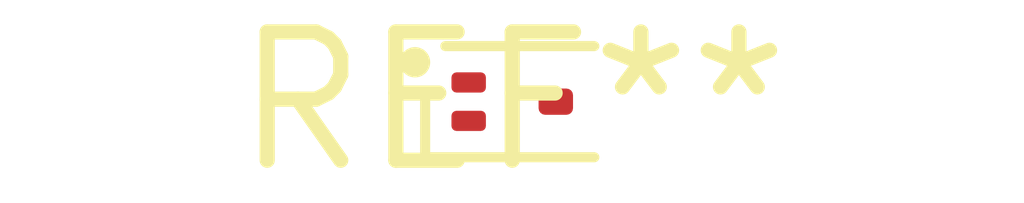
<source format=kicad_pcb>
(kicad_pcb (version 20240108) (generator pcbnew)
  (layers (0 "F.Cu" signal) (31 "B.Cu" signal) (34 "B.Paste" user) (35 "F.Paste" user) (36 "B.SilkS" user "B.Silkscreen") (37 "F.SilkS" user "F.Silkscreen") (38 "B.Mask" user) (39 "F.Mask" user) (44 "Edge.Cuts" user))
  (net 0 "")
  (footprint "SOT-1123" (layer "F.Cu") (at 0 0)
    (property "Reference" "REF**")
    (property "Value" "SOT-1123")
    (fp_line (start -0.86 -0.04) (end -0.86 0.55) (layer "F.SilkS") (stroke (width 0.1)))
    (fp_line (start -0.86 0.55) (end 0.81 0.55) (layer "F.SilkS") (stroke (width 0.1)))
    (fp_line (start 0.81 -0.55) (end -0.66 -0.55) (layer "F.SilkS") (stroke (width 0.1)))
    (fp_circle (center -0.96 -0.39) (end -0.81 -0.39) (layer "F.SilkS") (fill solid))
    (pad "1" smd roundrect (at -0.43 -0.19) (size 0.34 0.2) (layers "F.Cu" "F.Paste" "F.Mask"))
    (pad "2" smd roundrect (at -0.43 0.19) (size 0.34 0.2) (layers "F.Cu" "F.Paste" "F.Mask"))
    (pad "3" smd roundrect (at 0.43 0) (size 0.34 0.26) (layers "F.Cu" "F.Paste" "F.Mask"))
  )
)
</source>
